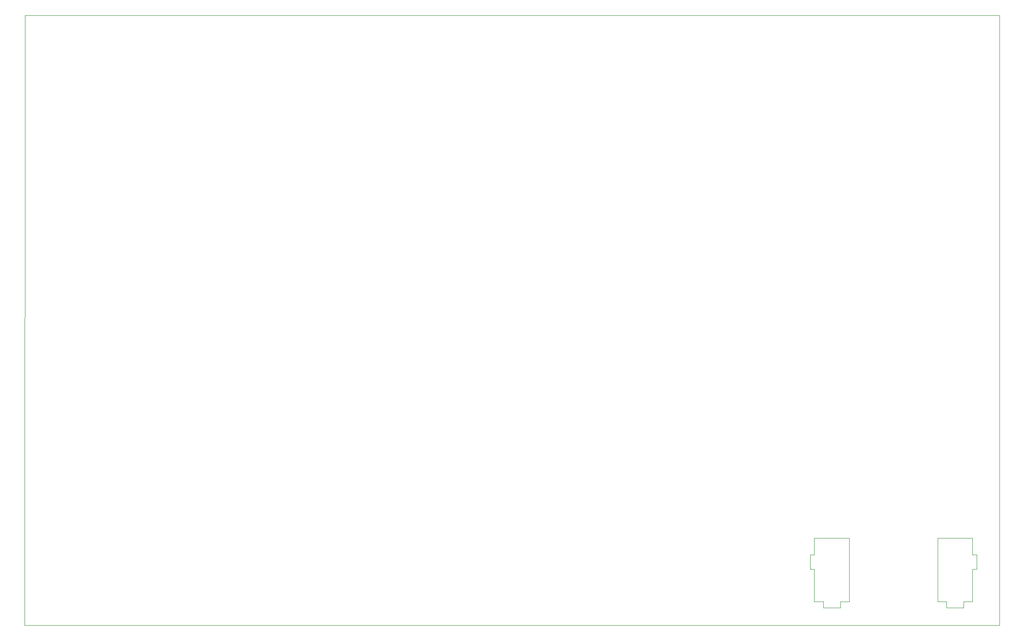
<source format=gm1>
%TF.GenerationSoftware,KiCad,Pcbnew,5.1.5+dfsg1-2build2*%
%TF.CreationDate,2021-08-29T11:58:19+02:00*%
%TF.ProjectId,BFK9kv2-left,42464b39-6b76-4322-9d6c-6566742e6b69,rev?*%
%TF.SameCoordinates,Original*%
%TF.FileFunction,Profile,NP*%
%FSLAX46Y46*%
G04 Gerber Fmt 4.6, Leading zero omitted, Abs format (unit mm)*
G04 Created by KiCad (PCBNEW 5.1.5+dfsg1-2build2) date 2021-08-29 11:58:19*
%MOMM*%
%LPD*%
G04 APERTURE LIST*
%ADD10C,0.100000*%
%ADD11C,0.120000*%
G04 APERTURE END LIST*
D10*
X227793000Y-152237600D02*
X226969000Y-152237600D01*
X196418000Y-161306500D02*
X198143000Y-161306500D01*
X221943000Y-162508100D02*
X225244000Y-162508100D01*
X201444000Y-161306500D02*
X203169000Y-161306500D01*
X203169000Y-156837500D02*
X203169000Y-152237600D01*
X203169000Y-161306500D02*
X203169000Y-156837500D01*
X221943000Y-161306500D02*
X221943000Y-162508100D01*
X196418000Y-152237600D02*
X195594000Y-152237600D01*
X225244000Y-162508100D02*
X225244000Y-161306500D01*
X226969000Y-152237600D02*
X226969000Y-149007500D01*
X203169000Y-149007500D02*
X196418000Y-149007500D01*
X220218000Y-156837500D02*
X220218000Y-161306500D01*
X203169000Y-152237600D02*
X203169000Y-149007500D01*
X195594000Y-152237600D02*
X195594000Y-155036400D01*
X201444000Y-162508100D02*
X201444000Y-161306500D01*
X195594000Y-155036400D02*
X196418000Y-155036400D01*
X196418000Y-155036400D02*
X196418000Y-161306500D01*
X226969000Y-161306500D02*
X226969000Y-155036400D01*
X227793000Y-155036400D02*
X227793000Y-152237600D01*
X198143000Y-162508100D02*
X201444000Y-162508100D01*
X225244000Y-161306500D02*
X226969000Y-161306500D01*
X220218000Y-161306500D02*
X221943000Y-161306500D01*
X198143000Y-161306500D02*
X198143000Y-162508100D01*
X226969000Y-149007500D02*
X220218000Y-149007500D01*
X220218000Y-149007500D02*
X220218000Y-152237600D01*
X226969000Y-155036400D02*
X227793000Y-155036400D01*
X220218000Y-152237600D02*
X220218000Y-156837500D01*
X196418000Y-149007500D02*
X196418000Y-152237600D01*
D11*
X232156000Y-127000000D02*
X232156000Y-48056800D01*
X232156000Y-127000000D02*
X232156000Y-165862000D01*
X232156000Y-48056800D02*
X43865800Y-48056800D01*
X43840400Y-165912800D02*
X43865800Y-48056800D01*
X232156000Y-165862000D02*
X43840400Y-165912800D01*
M02*

</source>
